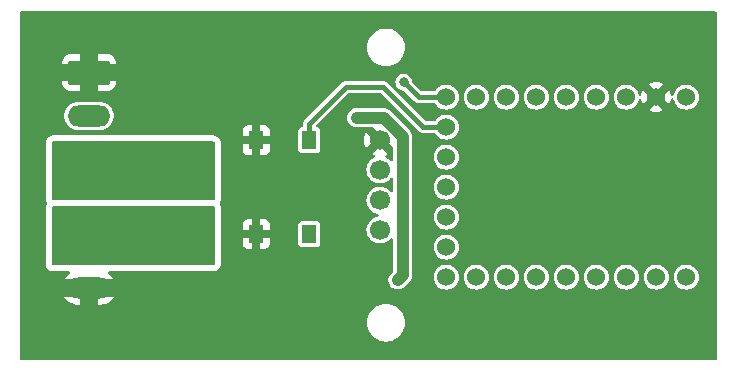
<source format=gbr>
%TF.GenerationSoftware,KiCad,Pcbnew,7.0.10*%
%TF.CreationDate,2024-02-11T13:06:30-05:00*%
%TF.ProjectId,RP2040_Count,52503230-3430-45f4-936f-756e742e6b69,v2*%
%TF.SameCoordinates,Original*%
%TF.FileFunction,Copper,L2,Bot*%
%TF.FilePolarity,Positive*%
%FSLAX46Y46*%
G04 Gerber Fmt 4.6, Leading zero omitted, Abs format (unit mm)*
G04 Created by KiCad (PCBNEW 7.0.10) date 2024-02-11 13:06:30*
%MOMM*%
%LPD*%
G01*
G04 APERTURE LIST*
G04 Aperture macros list*
%AMRoundRect*
0 Rectangle with rounded corners*
0 $1 Rounding radius*
0 $2 $3 $4 $5 $6 $7 $8 $9 X,Y pos of 4 corners*
0 Add a 4 corners polygon primitive as box body*
4,1,4,$2,$3,$4,$5,$6,$7,$8,$9,$2,$3,0*
0 Add four circle primitives for the rounded corners*
1,1,$1+$1,$2,$3*
1,1,$1+$1,$4,$5*
1,1,$1+$1,$6,$7*
1,1,$1+$1,$8,$9*
0 Add four rect primitives between the rounded corners*
20,1,$1+$1,$2,$3,$4,$5,0*
20,1,$1+$1,$4,$5,$6,$7,0*
20,1,$1+$1,$6,$7,$8,$9,0*
20,1,$1+$1,$8,$9,$2,$3,0*%
G04 Aperture macros list end*
%TA.AperFunction,ComponentPad*%
%ADD10C,1.524000*%
%TD*%
%TA.AperFunction,ComponentPad*%
%ADD11RoundRect,0.250000X-1.550000X0.650000X-1.550000X-0.650000X1.550000X-0.650000X1.550000X0.650000X0*%
%TD*%
%TA.AperFunction,ComponentPad*%
%ADD12O,3.600000X1.800000*%
%TD*%
%TA.AperFunction,ComponentPad*%
%ADD13RoundRect,0.291667X-1.508333X0.758333X-1.508333X-0.758333X1.508333X-0.758333X1.508333X0.758333X0*%
%TD*%
%TA.AperFunction,ComponentPad*%
%ADD14O,3.600000X2.100000*%
%TD*%
%TA.AperFunction,ComponentPad*%
%ADD15C,1.700000*%
%TD*%
%TA.AperFunction,SMDPad,CuDef*%
%ADD16R,1.300000X1.550000*%
%TD*%
%TA.AperFunction,ViaPad*%
%ADD17C,0.800000*%
%TD*%
%TA.AperFunction,Conductor*%
%ADD18C,1.000000*%
%TD*%
%TA.AperFunction,Conductor*%
%ADD19C,0.400000*%
%TD*%
G04 APERTURE END LIST*
D10*
%TO.P,U5,1,5V*%
%TO.N,+5V*%
X155910000Y-79760000D03*
%TO.P,U5,2,GND*%
%TO.N,GND*%
X153370000Y-79760000D03*
%TO.P,U5,3,3V3*%
%TO.N,+3.3V*%
X150830000Y-79760000D03*
%TO.P,U5,4,GPIO29*%
%TO.N,unconnected-(U5-GPIO29-Pad4)*%
X148290000Y-79760000D03*
%TO.P,U5,5,GPIO28*%
%TO.N,unconnected-(U5-GPIO28-Pad5)*%
X145750000Y-79760000D03*
%TO.P,U5,6,GPIO27*%
%TO.N,unconnected-(U5-GPIO27-Pad6)*%
X143210000Y-79760000D03*
%TO.P,U5,7,GPIO26*%
%TO.N,unconnected-(U5-GPIO26-Pad7)*%
X140670000Y-79760000D03*
%TO.P,U5,8,GPIO15*%
%TO.N,unconnected-(U5-GPIO15-Pad8)*%
X138130000Y-79760000D03*
%TO.P,U5,9,GPIO14*%
%TO.N,OUT1*%
X135590000Y-79760000D03*
%TO.P,U5,10,GPIO13*%
%TO.N,SW1*%
X135600000Y-82300000D03*
%TO.P,U5,11,GPIO12*%
%TO.N,unconnected-(U5-GPIO12-Pad11)*%
X135600000Y-84840000D03*
%TO.P,U5,12,GPIO11*%
%TO.N,I2C_SCL*%
X135600000Y-87380000D03*
%TO.P,U5,13,GPIO10*%
%TO.N,I2C_SDA*%
X135600000Y-89920000D03*
%TO.P,U5,14,GPIO9*%
%TO.N,unconnected-(U5-GPIO9-Pad14)*%
X135600000Y-92460000D03*
%TO.P,U5,15,GPIO8*%
%TO.N,unconnected-(U5-GPIO8-Pad15)*%
X135590000Y-95000000D03*
%TO.P,U5,16,GPIO7*%
%TO.N,unconnected-(U5-GPIO7-Pad16)*%
X138130000Y-95000000D03*
%TO.P,U5,17,GPIO6*%
%TO.N,unconnected-(U5-GPIO6-Pad17)*%
X140670000Y-95000000D03*
%TO.P,U5,18,GPIO5*%
%TO.N,unconnected-(U5-GPIO5-Pad18)*%
X143210000Y-95000000D03*
%TO.P,U5,19,GPIO4*%
%TO.N,unconnected-(U5-GPIO4-Pad19)*%
X145750000Y-95000000D03*
%TO.P,U5,20,GPIO3*%
%TO.N,unconnected-(U5-GPIO3-Pad20)*%
X148290000Y-95000000D03*
%TO.P,U5,21,GPIO2*%
%TO.N,unconnected-(U5-GPIO2-Pad21)*%
X150830000Y-95000000D03*
%TO.P,U5,22,GPIO1*%
%TO.N,unconnected-(U5-GPIO1-Pad22)*%
X153370000Y-95000000D03*
%TO.P,U5,23,GPIO0*%
%TO.N,unconnected-(U5-GPIO0-Pad23)*%
X155910000Y-95000000D03*
%TD*%
D11*
%TO.P,TB1,1,P1*%
%TO.N,VIN1*%
X105357500Y-92112500D03*
D12*
%TO.P,TB1,2,P2*%
%TO.N,GND*%
X105357500Y-95922500D03*
%TD*%
D13*
%TO.P,J2,1,Pin_1*%
%TO.N,GND*%
X105357500Y-77680000D03*
D12*
%TO.P,J2,2,Pin_2*%
%TO.N,/DOUT1*%
X105357500Y-81340000D03*
D14*
%TO.P,J2,3,Pin_3*%
%TO.N,VOUT1*%
X105357500Y-85000000D03*
%TD*%
D15*
%TO.P,J3,1,Pin_1*%
%TO.N,I2C_SDA*%
X130000000Y-91000000D03*
%TO.P,J3,2,Pin_2*%
%TO.N,I2C_SCL*%
X130000000Y-88500000D03*
%TO.P,J3,3,Pin_3*%
%TO.N,+3.3V*%
X130000000Y-85900000D03*
%TO.P,J3,4,Pin_4*%
%TO.N,GND*%
X130000000Y-83400000D03*
%TD*%
D16*
%TO.P,SW1,1,1*%
%TO.N,SW1*%
X124000000Y-91350000D03*
X124000000Y-83400000D03*
%TO.P,SW1,2,2*%
%TO.N,GND*%
X119500000Y-91350000D03*
X119500000Y-83400000D03*
%TD*%
D17*
%TO.N,+5V*%
X128000000Y-81500000D03*
X131500000Y-95237500D03*
%TO.N,GND*%
X138100000Y-92800000D03*
X129000000Y-80000000D03*
X119900000Y-88900000D03*
X124400000Y-93900000D03*
X118000000Y-99000000D03*
X138200000Y-81900000D03*
X125800000Y-92300000D03*
X108000000Y-101000000D03*
X115900000Y-99000000D03*
X101000000Y-74000000D03*
X146000000Y-74000000D03*
X111800000Y-79500000D03*
X157000000Y-74000000D03*
X155900000Y-81900000D03*
X152000000Y-101000000D03*
X125600000Y-98000000D03*
X122200000Y-93900000D03*
X122200000Y-90700000D03*
X140000000Y-74000000D03*
X147050000Y-81900000D03*
X114200000Y-95100000D03*
X123300000Y-92900000D03*
X134000000Y-74000000D03*
X111800000Y-77100000D03*
X126500000Y-74000000D03*
X153700000Y-74200000D03*
X122000000Y-96500000D03*
X126000000Y-77500000D03*
X101000000Y-94500000D03*
X112800000Y-75400000D03*
X124400000Y-92900000D03*
X124000000Y-96500000D03*
X116000000Y-81500000D03*
X155900000Y-92800000D03*
X122000000Y-98000000D03*
X138100000Y-87400000D03*
X151450000Y-92800000D03*
X120500000Y-74000000D03*
X121200000Y-90700000D03*
X122900000Y-77400000D03*
X101000000Y-83500000D03*
X120200000Y-77400000D03*
X151475000Y-81900000D03*
X147000000Y-101000000D03*
X128200000Y-91100000D03*
X119700000Y-86900000D03*
X141000000Y-101000000D03*
X122200000Y-92900000D03*
X157500000Y-101000000D03*
X126000000Y-82000000D03*
X101000000Y-89000000D03*
X127000000Y-92300000D03*
X120100000Y-85600000D03*
X118200000Y-77700000D03*
X122200000Y-91800000D03*
X147000000Y-92800000D03*
X126900000Y-98000000D03*
X121000000Y-101000000D03*
X123000000Y-80900000D03*
X109000000Y-74000000D03*
X142625000Y-81900000D03*
X123000000Y-98000000D03*
X142550000Y-92800000D03*
X135000000Y-101000000D03*
X130600000Y-93200000D03*
X115000000Y-74000000D03*
X124000000Y-98000000D03*
X101000000Y-79700000D03*
X117500000Y-91100000D03*
X101000000Y-101000000D03*
X121300000Y-84000000D03*
X152300000Y-74200000D03*
X152300000Y-75600000D03*
X155900000Y-87500000D03*
X115900000Y-96600000D03*
X125800000Y-91100000D03*
X127000000Y-101000000D03*
X123300000Y-93900000D03*
X123000000Y-96500000D03*
X127000000Y-91100000D03*
X119600000Y-80900000D03*
X115000000Y-101000000D03*
%TO.N,VIN1*%
X113500000Y-90500000D03*
X114500000Y-90500000D03*
X112500000Y-93500000D03*
X115500000Y-92500000D03*
X115500000Y-89500000D03*
X111500000Y-93500000D03*
X113500000Y-89500000D03*
X111500000Y-90500000D03*
X112500000Y-89500000D03*
X113500000Y-93500000D03*
X110500000Y-89500000D03*
X114500000Y-89500000D03*
X114500000Y-93500000D03*
X110500000Y-93500000D03*
X115500000Y-93500000D03*
X111500000Y-89500000D03*
X115500000Y-91500000D03*
X115500000Y-90500000D03*
X110500000Y-91500000D03*
X110500000Y-90500000D03*
X112500000Y-90500000D03*
X110500000Y-92500000D03*
%TO.N,VOUT1*%
X115500000Y-86000000D03*
X115500000Y-85000000D03*
X112500000Y-84000000D03*
X111500000Y-84000000D03*
X115500000Y-84000000D03*
X115500000Y-87000000D03*
X110500000Y-85000000D03*
X112500000Y-88000000D03*
X114500000Y-84000000D03*
X110500000Y-86000000D03*
X111500000Y-88000000D03*
X113500000Y-88000000D03*
X110500000Y-88000000D03*
X110500000Y-87000000D03*
X111500000Y-87000000D03*
X115500000Y-88000000D03*
X110500000Y-84000000D03*
X114500000Y-87000000D03*
X113500000Y-84000000D03*
X113500000Y-87000000D03*
X112500000Y-87000000D03*
X114500000Y-88000000D03*
%TO.N,OUT1*%
X132000000Y-78500000D03*
%TD*%
D18*
%TO.N,+5V*%
X131900000Y-83107968D02*
X131900000Y-94837500D01*
X128000000Y-81500000D02*
X130292032Y-81500000D01*
X130292032Y-81500000D02*
X131900000Y-83107968D01*
X131900000Y-94837500D02*
X131500000Y-95237500D01*
D19*
%TO.N,SW1*%
X135600000Y-82300000D02*
X133661185Y-82300000D01*
X133661185Y-82300000D02*
X130261185Y-78900000D01*
X127100000Y-78900000D02*
X124000000Y-82000000D01*
X123775000Y-91000000D02*
X123750000Y-90975000D01*
X130261185Y-78900000D02*
X127100000Y-78900000D01*
X135600000Y-82300000D02*
X135300000Y-82000000D01*
X124000000Y-82000000D02*
X124000000Y-83400000D01*
%TO.N,OUT1*%
X132000000Y-78500000D02*
X133260000Y-79760000D01*
X133260000Y-79760000D02*
X135590000Y-79760000D01*
%TO.N,unconnected-(U5-GPIO9-Pad14)*%
X135700000Y-92200000D02*
X135650000Y-92250000D01*
%TD*%
%TA.AperFunction,Conductor*%
%TO.N,GND*%
G36*
X131063181Y-83968206D02*
G01*
X131096666Y-84029529D01*
X131099500Y-84055887D01*
X131099500Y-85076891D01*
X131079815Y-85143930D01*
X131027011Y-85189685D01*
X130957853Y-85199629D01*
X130894297Y-85170604D01*
X130876546Y-85151618D01*
X130853872Y-85121593D01*
X130696302Y-84977948D01*
X130515019Y-84865702D01*
X130515017Y-84865701D01*
X130510879Y-84863139D01*
X130464244Y-84811111D01*
X130453140Y-84742129D01*
X130481093Y-84678095D01*
X130523753Y-84645330D01*
X130677574Y-84573603D01*
X130677579Y-84573599D01*
X130678194Y-84573168D01*
X130005026Y-83900000D01*
X130035763Y-83900000D01*
X130142315Y-83884680D01*
X130273100Y-83824952D01*
X130381761Y-83730798D01*
X130459493Y-83609844D01*
X130500000Y-83471889D01*
X130500000Y-83405025D01*
X131063181Y-83968206D01*
G37*
%TD.AperFunction*%
%TA.AperFunction,Conductor*%
G36*
X158442539Y-72520185D02*
G01*
X158488294Y-72572989D01*
X158499500Y-72624500D01*
X158499500Y-101875500D01*
X158479815Y-101942539D01*
X158427011Y-101988294D01*
X158375500Y-101999500D01*
X99624500Y-101999500D01*
X99557461Y-101979815D01*
X99511706Y-101927011D01*
X99500500Y-101875500D01*
X99500500Y-98850000D01*
X128894551Y-98850000D01*
X128914317Y-99101151D01*
X128973126Y-99346110D01*
X129069533Y-99578859D01*
X129201160Y-99793653D01*
X129201161Y-99793656D01*
X129201164Y-99793659D01*
X129364776Y-99985224D01*
X129513066Y-100111875D01*
X129556343Y-100148838D01*
X129556346Y-100148839D01*
X129771140Y-100280466D01*
X130003889Y-100376873D01*
X130248852Y-100435683D01*
X130437118Y-100450500D01*
X130437126Y-100450500D01*
X130562874Y-100450500D01*
X130562882Y-100450500D01*
X130751148Y-100435683D01*
X130996111Y-100376873D01*
X131228859Y-100280466D01*
X131443659Y-100148836D01*
X131635224Y-99985224D01*
X131798836Y-99793659D01*
X131930466Y-99578859D01*
X132026873Y-99346111D01*
X132085683Y-99101148D01*
X132105449Y-98850000D01*
X132085683Y-98598852D01*
X132026873Y-98353889D01*
X131930466Y-98121141D01*
X131930466Y-98121140D01*
X131798839Y-97906346D01*
X131798838Y-97906343D01*
X131761875Y-97863066D01*
X131635224Y-97714776D01*
X131508571Y-97606604D01*
X131443656Y-97551161D01*
X131443653Y-97551160D01*
X131228859Y-97419533D01*
X130996110Y-97323126D01*
X130751151Y-97264317D01*
X130562887Y-97249500D01*
X130562882Y-97249500D01*
X130437118Y-97249500D01*
X130437112Y-97249500D01*
X130248848Y-97264317D01*
X130003889Y-97323126D01*
X129771140Y-97419533D01*
X129556346Y-97551160D01*
X129556343Y-97551161D01*
X129364776Y-97714776D01*
X129201161Y-97906343D01*
X129201160Y-97906346D01*
X129069533Y-98121140D01*
X128973126Y-98353889D01*
X128914317Y-98598848D01*
X128894551Y-98850000D01*
X99500500Y-98850000D01*
X99500500Y-96672500D01*
X103275193Y-96672500D01*
X103327835Y-96757997D01*
X103485279Y-96936889D01*
X103485286Y-96936896D01*
X103670694Y-97086602D01*
X103670704Y-97086609D01*
X103878748Y-97202831D01*
X104103447Y-97282222D01*
X104103461Y-97282226D01*
X104338332Y-97322499D01*
X104338343Y-97322500D01*
X104607500Y-97322500D01*
X104607500Y-96672500D01*
X106107500Y-96672500D01*
X106107500Y-97322500D01*
X106316972Y-97322500D01*
X106316991Y-97322499D01*
X106494950Y-97307352D01*
X106494953Y-97307351D01*
X106725578Y-97247302D01*
X106942741Y-97149139D01*
X106942744Y-97149137D01*
X107140188Y-97015687D01*
X107140190Y-97015685D01*
X107312241Y-96850788D01*
X107312242Y-96850787D01*
X107444103Y-96672500D01*
X106107500Y-96672500D01*
X104607500Y-96672500D01*
X103275193Y-96672500D01*
X99500500Y-96672500D01*
X99500500Y-95922500D01*
X104752323Y-95922500D01*
X104772944Y-96079131D01*
X104833401Y-96225088D01*
X104929575Y-96350425D01*
X105054912Y-96446599D01*
X105200869Y-96507056D01*
X105318177Y-96522500D01*
X105396823Y-96522500D01*
X105514131Y-96507056D01*
X105660088Y-96446599D01*
X105785425Y-96350425D01*
X105881599Y-96225089D01*
X105942056Y-96079131D01*
X105962677Y-95922500D01*
X105942056Y-95765869D01*
X105881599Y-95619912D01*
X105785425Y-95494575D01*
X105660088Y-95398401D01*
X105514131Y-95337944D01*
X105396823Y-95322500D01*
X105318177Y-95322500D01*
X105200869Y-95337944D01*
X105054912Y-95398401D01*
X104929575Y-95494575D01*
X104833401Y-95619911D01*
X104772944Y-95765869D01*
X104752323Y-95922500D01*
X99500500Y-95922500D01*
X99500500Y-93876000D01*
X101694500Y-93876000D01*
X101694501Y-93876009D01*
X101706052Y-93983450D01*
X101706054Y-93983462D01*
X101717260Y-94034972D01*
X101751383Y-94137497D01*
X101751386Y-94137503D01*
X101829171Y-94258537D01*
X101829179Y-94258548D01*
X101874923Y-94311340D01*
X101874926Y-94311343D01*
X101874930Y-94311347D01*
X101983664Y-94405567D01*
X101983667Y-94405568D01*
X101983668Y-94405569D01*
X102077925Y-94448616D01*
X102114541Y-94465338D01*
X102181580Y-94485023D01*
X102181584Y-94485024D01*
X102324000Y-94505500D01*
X102324003Y-94505500D01*
X103649004Y-94505500D01*
X103716043Y-94525185D01*
X103761798Y-94577989D01*
X103771742Y-94647147D01*
X103742717Y-94710703D01*
X103718441Y-94732235D01*
X103574811Y-94829312D01*
X103574809Y-94829314D01*
X103402758Y-94994211D01*
X103402757Y-94994212D01*
X103270896Y-95172499D01*
X103270897Y-95172500D01*
X107439807Y-95172500D01*
X107387164Y-95087002D01*
X107229720Y-94908110D01*
X107229713Y-94908103D01*
X107044305Y-94758397D01*
X107044299Y-94758392D01*
X107007354Y-94737754D01*
X106958427Y-94687874D01*
X106944235Y-94619461D01*
X106969283Y-94554235D01*
X107025618Y-94512905D01*
X107067828Y-94505500D01*
X115875990Y-94505500D01*
X115876000Y-94505500D01*
X115983456Y-94493947D01*
X116034967Y-94482741D01*
X116069197Y-94471347D01*
X116137497Y-94448616D01*
X116137501Y-94448613D01*
X116137504Y-94448613D01*
X116258543Y-94370825D01*
X116311347Y-94325070D01*
X116405567Y-94216336D01*
X116465338Y-94085459D01*
X116485023Y-94018420D01*
X116485024Y-94018416D01*
X116505500Y-93876000D01*
X116505500Y-91700000D01*
X118350000Y-91700000D01*
X118350000Y-92172844D01*
X118356401Y-92232372D01*
X118356403Y-92232379D01*
X118406645Y-92367086D01*
X118406649Y-92367093D01*
X118492809Y-92482187D01*
X118492812Y-92482190D01*
X118607906Y-92568350D01*
X118607913Y-92568354D01*
X118742620Y-92618596D01*
X118742627Y-92618598D01*
X118802155Y-92624999D01*
X118802172Y-92625000D01*
X119150000Y-92625000D01*
X119150000Y-91700000D01*
X119850000Y-91700000D01*
X119850000Y-92625000D01*
X120197828Y-92625000D01*
X120197844Y-92624999D01*
X120257372Y-92618598D01*
X120257379Y-92618596D01*
X120392086Y-92568354D01*
X120392093Y-92568350D01*
X120507187Y-92482190D01*
X120507190Y-92482187D01*
X120593350Y-92367093D01*
X120593354Y-92367086D01*
X120643596Y-92232379D01*
X120643598Y-92232372D01*
X120649999Y-92172844D01*
X120650000Y-92172827D01*
X120650000Y-92169856D01*
X123049500Y-92169856D01*
X123049502Y-92169882D01*
X123052413Y-92194987D01*
X123052415Y-92194991D01*
X123097793Y-92297764D01*
X123097794Y-92297765D01*
X123177235Y-92377206D01*
X123280009Y-92422585D01*
X123305135Y-92425500D01*
X124694864Y-92425499D01*
X124694879Y-92425497D01*
X124694882Y-92425497D01*
X124719987Y-92422586D01*
X124719988Y-92422585D01*
X124719991Y-92422585D01*
X124822765Y-92377206D01*
X124902206Y-92297765D01*
X124947585Y-92194991D01*
X124950500Y-92169865D01*
X124950499Y-90530136D01*
X124950497Y-90530117D01*
X124947586Y-90505012D01*
X124947585Y-90505010D01*
X124947585Y-90505009D01*
X124902206Y-90402235D01*
X124822765Y-90322794D01*
X124822763Y-90322793D01*
X124719992Y-90277415D01*
X124694865Y-90274500D01*
X123305143Y-90274500D01*
X123305117Y-90274502D01*
X123280012Y-90277413D01*
X123280008Y-90277415D01*
X123177235Y-90322793D01*
X123097794Y-90402234D01*
X123052415Y-90505006D01*
X123052415Y-90505008D01*
X123049500Y-90530131D01*
X123049500Y-92169856D01*
X120650000Y-92169856D01*
X120650000Y-91700000D01*
X119850000Y-91700000D01*
X119150000Y-91700000D01*
X118350000Y-91700000D01*
X116505500Y-91700000D01*
X116505500Y-91000000D01*
X118350000Y-91000000D01*
X119150000Y-91000000D01*
X119150000Y-90075000D01*
X119850000Y-90075000D01*
X119850000Y-91000000D01*
X120650000Y-91000000D01*
X120650000Y-90527172D01*
X120649999Y-90527155D01*
X120643598Y-90467627D01*
X120643596Y-90467620D01*
X120593354Y-90332913D01*
X120593350Y-90332906D01*
X120507190Y-90217812D01*
X120507187Y-90217809D01*
X120392093Y-90131649D01*
X120392086Y-90131645D01*
X120257379Y-90081403D01*
X120257372Y-90081401D01*
X120197844Y-90075000D01*
X119850000Y-90075000D01*
X119150000Y-90075000D01*
X118802155Y-90075000D01*
X118742627Y-90081401D01*
X118742620Y-90081403D01*
X118607913Y-90131645D01*
X118607906Y-90131649D01*
X118492812Y-90217809D01*
X118492809Y-90217812D01*
X118406649Y-90332906D01*
X118406645Y-90332913D01*
X118356403Y-90467620D01*
X118356401Y-90467627D01*
X118350000Y-90527155D01*
X118350000Y-91000000D01*
X116505500Y-91000000D01*
X116505500Y-89124000D01*
X116493947Y-89016544D01*
X116482741Y-88965033D01*
X116472289Y-88933629D01*
X116448615Y-88862499D01*
X116421035Y-88819585D01*
X116401350Y-88752545D01*
X116412555Y-88701034D01*
X116465338Y-88585459D01*
X116485023Y-88518420D01*
X116485024Y-88518416D01*
X116505500Y-88376000D01*
X116505500Y-83750000D01*
X118350000Y-83750000D01*
X118350000Y-84222844D01*
X118356401Y-84282372D01*
X118356403Y-84282379D01*
X118406645Y-84417086D01*
X118406649Y-84417093D01*
X118492809Y-84532187D01*
X118492812Y-84532190D01*
X118607906Y-84618350D01*
X118607913Y-84618354D01*
X118742620Y-84668596D01*
X118742627Y-84668598D01*
X118802155Y-84674999D01*
X118802172Y-84675000D01*
X119150000Y-84675000D01*
X119150000Y-83750000D01*
X119850000Y-83750000D01*
X119850000Y-84675000D01*
X120197828Y-84675000D01*
X120197844Y-84674999D01*
X120257372Y-84668598D01*
X120257379Y-84668596D01*
X120392086Y-84618354D01*
X120392093Y-84618350D01*
X120507187Y-84532190D01*
X120507190Y-84532187D01*
X120593350Y-84417093D01*
X120593354Y-84417086D01*
X120643596Y-84282379D01*
X120643598Y-84282372D01*
X120649999Y-84222844D01*
X120650000Y-84222827D01*
X120650000Y-84219856D01*
X123049500Y-84219856D01*
X123049502Y-84219882D01*
X123052413Y-84244987D01*
X123052415Y-84244991D01*
X123097793Y-84347764D01*
X123097794Y-84347765D01*
X123177235Y-84427206D01*
X123280009Y-84472585D01*
X123305135Y-84475500D01*
X124694864Y-84475499D01*
X124694879Y-84475497D01*
X124694882Y-84475497D01*
X124719987Y-84472586D01*
X124719988Y-84472585D01*
X124719991Y-84472585D01*
X124822765Y-84427206D01*
X124902206Y-84347765D01*
X124947585Y-84244991D01*
X124950500Y-84219865D01*
X124950499Y-82580136D01*
X124950497Y-82580117D01*
X124947586Y-82555012D01*
X124947585Y-82555010D01*
X124947585Y-82555009D01*
X124902206Y-82452235D01*
X124822765Y-82372794D01*
X124822763Y-82372793D01*
X124719992Y-82327415D01*
X124694868Y-82324500D01*
X124694865Y-82324500D01*
X124682676Y-82324500D01*
X124615637Y-82304815D01*
X124569882Y-82252011D01*
X124559938Y-82182853D01*
X124588963Y-82119297D01*
X124594995Y-82112819D01*
X125207811Y-81500003D01*
X127194435Y-81500003D01*
X127214630Y-81679249D01*
X127214631Y-81679254D01*
X127274211Y-81849523D01*
X127346268Y-81964200D01*
X127370184Y-82002262D01*
X127497738Y-82129816D01*
X127650478Y-82225789D01*
X127770573Y-82267812D01*
X127820745Y-82285368D01*
X127820750Y-82285369D01*
X127911246Y-82295565D01*
X127955040Y-82300499D01*
X127955043Y-82300500D01*
X127955046Y-82300500D01*
X129344113Y-82300500D01*
X129411152Y-82320185D01*
X129431794Y-82336819D01*
X129994975Y-82900000D01*
X129964237Y-82900000D01*
X129857685Y-82915320D01*
X129726900Y-82975048D01*
X129618239Y-83069202D01*
X129540507Y-83190156D01*
X129500000Y-83328111D01*
X129500000Y-83394975D01*
X128826831Y-82721806D01*
X128826398Y-82722424D01*
X128726570Y-82936507D01*
X128726566Y-82936516D01*
X128665432Y-83164673D01*
X128665430Y-83164684D01*
X128644843Y-83399998D01*
X128644843Y-83400001D01*
X128665430Y-83635315D01*
X128665432Y-83635326D01*
X128726566Y-83863483D01*
X128726570Y-83863492D01*
X128826399Y-84077577D01*
X128826830Y-84078193D01*
X129500000Y-83405024D01*
X129500000Y-83471889D01*
X129540507Y-83609844D01*
X129618239Y-83730798D01*
X129726900Y-83824952D01*
X129857685Y-83884680D01*
X129964237Y-83900000D01*
X129994975Y-83900000D01*
X129321805Y-84573168D01*
X129322423Y-84573601D01*
X129476246Y-84645330D01*
X129528686Y-84691502D01*
X129547838Y-84758696D01*
X129527622Y-84825577D01*
X129489120Y-84863139D01*
X129303699Y-84977947D01*
X129146127Y-85121593D01*
X129017632Y-85291746D01*
X128922596Y-85482605D01*
X128922596Y-85482607D01*
X128864244Y-85687689D01*
X128844571Y-85899999D01*
X128844571Y-85900000D01*
X128864244Y-86112310D01*
X128922596Y-86317392D01*
X128922596Y-86317394D01*
X129017632Y-86508253D01*
X129123454Y-86648382D01*
X129146128Y-86678407D01*
X129303698Y-86822052D01*
X129484981Y-86934298D01*
X129683802Y-87011321D01*
X129893390Y-87050500D01*
X129893392Y-87050500D01*
X130106608Y-87050500D01*
X130106610Y-87050500D01*
X130316198Y-87011321D01*
X130515019Y-86934298D01*
X130696302Y-86822052D01*
X130853872Y-86678407D01*
X130876547Y-86648380D01*
X130932654Y-86606746D01*
X131002366Y-86602053D01*
X131063548Y-86635795D01*
X131096776Y-86697258D01*
X131099500Y-86723108D01*
X131099500Y-87676891D01*
X131079815Y-87743930D01*
X131027011Y-87789685D01*
X130957853Y-87799629D01*
X130894297Y-87770604D01*
X130876546Y-87751618D01*
X130853872Y-87721593D01*
X130696302Y-87577948D01*
X130515019Y-87465702D01*
X130515017Y-87465701D01*
X130415608Y-87427190D01*
X130316198Y-87388679D01*
X130106610Y-87349500D01*
X129893390Y-87349500D01*
X129683802Y-87388679D01*
X129683799Y-87388679D01*
X129683799Y-87388680D01*
X129484982Y-87465701D01*
X129484980Y-87465702D01*
X129303699Y-87577947D01*
X129146127Y-87721593D01*
X129017632Y-87891746D01*
X128922596Y-88082605D01*
X128922596Y-88082607D01*
X128864244Y-88287689D01*
X128844571Y-88499999D01*
X128844571Y-88500000D01*
X128864244Y-88712310D01*
X128922596Y-88917392D01*
X128922596Y-88917394D01*
X129017632Y-89108253D01*
X129123454Y-89248382D01*
X129146128Y-89278407D01*
X129303698Y-89422052D01*
X129484981Y-89534298D01*
X129683802Y-89611321D01*
X129773623Y-89628111D01*
X129835903Y-89659780D01*
X129871176Y-89720092D01*
X129868242Y-89789900D01*
X129828033Y-89847040D01*
X129773623Y-89871888D01*
X129683802Y-89888679D01*
X129683799Y-89888679D01*
X129683799Y-89888680D01*
X129484982Y-89965701D01*
X129484980Y-89965702D01*
X129303699Y-90077947D01*
X129146127Y-90221593D01*
X129017632Y-90391746D01*
X128922596Y-90582605D01*
X128922596Y-90582607D01*
X128864244Y-90787689D01*
X128844571Y-90999999D01*
X128844571Y-91000000D01*
X128864244Y-91212310D01*
X128922596Y-91417392D01*
X128922596Y-91417394D01*
X129017632Y-91608253D01*
X129123454Y-91748382D01*
X129146128Y-91778407D01*
X129303698Y-91922052D01*
X129484981Y-92034298D01*
X129683802Y-92111321D01*
X129893390Y-92150500D01*
X129893392Y-92150500D01*
X130106608Y-92150500D01*
X130106610Y-92150500D01*
X130316198Y-92111321D01*
X130515019Y-92034298D01*
X130696302Y-91922052D01*
X130853872Y-91778407D01*
X130876547Y-91748380D01*
X130932654Y-91706746D01*
X131002366Y-91702053D01*
X131063548Y-91735795D01*
X131096776Y-91797258D01*
X131099500Y-91823108D01*
X131099500Y-94454560D01*
X131079815Y-94521599D01*
X131063181Y-94542241D01*
X130902173Y-94703248D01*
X130817907Y-94808915D01*
X130739639Y-94971439D01*
X130699500Y-95147299D01*
X130699500Y-95327700D01*
X130739639Y-95503560D01*
X130817908Y-95666086D01*
X130817910Y-95666089D01*
X130865966Y-95726348D01*
X130930380Y-95807120D01*
X131031433Y-95887708D01*
X131071410Y-95919589D01*
X131071413Y-95919591D01*
X131233939Y-95997860D01*
X131409799Y-96037999D01*
X131409804Y-96037999D01*
X131409806Y-96038000D01*
X131409808Y-96038000D01*
X131590192Y-96038000D01*
X131590194Y-96038000D01*
X131590196Y-96037999D01*
X131590200Y-96037999D01*
X131698903Y-96013188D01*
X131766061Y-95997860D01*
X131928587Y-95919591D01*
X132034252Y-95835326D01*
X132497826Y-95371752D01*
X132529816Y-95339762D01*
X132550182Y-95307347D01*
X132558222Y-95296015D01*
X132582091Y-95266087D01*
X132598704Y-95231588D01*
X132605413Y-95219448D01*
X132625789Y-95187022D01*
X132638430Y-95150895D01*
X132643752Y-95138045D01*
X132660359Y-95103561D01*
X132668877Y-95066237D01*
X132672722Y-95052893D01*
X132685368Y-95016755D01*
X132687256Y-95000000D01*
X134522359Y-95000000D01*
X134542872Y-95208284D01*
X134560407Y-95266087D01*
X134603628Y-95408569D01*
X134654402Y-95503561D01*
X134702291Y-95593153D01*
X134835063Y-95754936D01*
X134996846Y-95887708D01*
X134996850Y-95887711D01*
X135181431Y-95986372D01*
X135381714Y-96047127D01*
X135590000Y-96067641D01*
X135798286Y-96047127D01*
X135998569Y-95986372D01*
X136183150Y-95887711D01*
X136344936Y-95754936D01*
X136477711Y-95593150D01*
X136576372Y-95408569D01*
X136637127Y-95208286D01*
X136657641Y-95000000D01*
X137062359Y-95000000D01*
X137082872Y-95208284D01*
X137100407Y-95266087D01*
X137143628Y-95408569D01*
X137194402Y-95503561D01*
X137242291Y-95593153D01*
X137375063Y-95754936D01*
X137536846Y-95887708D01*
X137536850Y-95887711D01*
X137721431Y-95986372D01*
X137921714Y-96047127D01*
X138130000Y-96067641D01*
X138338286Y-96047127D01*
X138538569Y-95986372D01*
X138723150Y-95887711D01*
X138884936Y-95754936D01*
X139017711Y-95593150D01*
X139116372Y-95408569D01*
X139177127Y-95208286D01*
X139197641Y-95000000D01*
X139602359Y-95000000D01*
X139622872Y-95208284D01*
X139640407Y-95266087D01*
X139683628Y-95408569D01*
X139734402Y-95503561D01*
X139782291Y-95593153D01*
X139915063Y-95754936D01*
X140076846Y-95887708D01*
X140076850Y-95887711D01*
X140261431Y-95986372D01*
X140461714Y-96047127D01*
X140670000Y-96067641D01*
X140878286Y-96047127D01*
X141078569Y-95986372D01*
X141263150Y-95887711D01*
X141424936Y-95754936D01*
X141557711Y-95593150D01*
X141656372Y-95408569D01*
X141717127Y-95208286D01*
X141737641Y-95000000D01*
X142142359Y-95000000D01*
X142162872Y-95208284D01*
X142180407Y-95266087D01*
X142223628Y-95408569D01*
X142274402Y-95503561D01*
X142322291Y-95593153D01*
X142455063Y-95754936D01*
X142616846Y-95887708D01*
X142616850Y-95887711D01*
X142801431Y-95986372D01*
X143001714Y-96047127D01*
X143210000Y-96067641D01*
X143418286Y-96047127D01*
X143618569Y-95986372D01*
X143803150Y-95887711D01*
X143964936Y-95754936D01*
X144097711Y-95593150D01*
X144196372Y-95408569D01*
X144257127Y-95208286D01*
X144277641Y-95000000D01*
X144682359Y-95000000D01*
X144702872Y-95208284D01*
X144720407Y-95266087D01*
X144763628Y-95408569D01*
X144814402Y-95503561D01*
X144862291Y-95593153D01*
X144995063Y-95754936D01*
X145156846Y-95887708D01*
X145156850Y-95887711D01*
X145341431Y-95986372D01*
X145541714Y-96047127D01*
X145750000Y-96067641D01*
X145958286Y-96047127D01*
X146158569Y-95986372D01*
X146343150Y-95887711D01*
X146504936Y-95754936D01*
X146637711Y-95593150D01*
X146736372Y-95408569D01*
X146797127Y-95208286D01*
X146817641Y-95000000D01*
X147222359Y-95000000D01*
X147242872Y-95208284D01*
X147260407Y-95266087D01*
X147303628Y-95408569D01*
X147354402Y-95503561D01*
X147402291Y-95593153D01*
X147535063Y-95754936D01*
X147696846Y-95887708D01*
X147696850Y-95887711D01*
X147881431Y-95986372D01*
X148081714Y-96047127D01*
X148290000Y-96067641D01*
X148498286Y-96047127D01*
X148698569Y-95986372D01*
X148883150Y-95887711D01*
X149044936Y-95754936D01*
X149177711Y-95593150D01*
X149276372Y-95408569D01*
X149337127Y-95208286D01*
X149357641Y-95000000D01*
X149762359Y-95000000D01*
X149782872Y-95208284D01*
X149800407Y-95266087D01*
X149843628Y-95408569D01*
X149894402Y-95503561D01*
X149942291Y-95593153D01*
X150075063Y-95754936D01*
X150236846Y-95887708D01*
X150236850Y-95887711D01*
X150421431Y-95986372D01*
X150621714Y-96047127D01*
X150830000Y-96067641D01*
X151038286Y-96047127D01*
X151238569Y-95986372D01*
X151423150Y-95887711D01*
X151584936Y-95754936D01*
X151717711Y-95593150D01*
X151816372Y-95408569D01*
X151877127Y-95208286D01*
X151897641Y-95000000D01*
X152302359Y-95000000D01*
X152322872Y-95208284D01*
X152340407Y-95266087D01*
X152383628Y-95408569D01*
X152434402Y-95503561D01*
X152482291Y-95593153D01*
X152615063Y-95754936D01*
X152776846Y-95887708D01*
X152776850Y-95887711D01*
X152961431Y-95986372D01*
X153161714Y-96047127D01*
X153370000Y-96067641D01*
X153578286Y-96047127D01*
X153778569Y-95986372D01*
X153963150Y-95887711D01*
X154124936Y-95754936D01*
X154257711Y-95593150D01*
X154356372Y-95408569D01*
X154417127Y-95208286D01*
X154437641Y-95000000D01*
X154842359Y-95000000D01*
X154862872Y-95208284D01*
X154880407Y-95266087D01*
X154923628Y-95408569D01*
X154974402Y-95503561D01*
X155022291Y-95593153D01*
X155155063Y-95754936D01*
X155316846Y-95887708D01*
X155316850Y-95887711D01*
X155501431Y-95986372D01*
X155701714Y-96047127D01*
X155910000Y-96067641D01*
X156118286Y-96047127D01*
X156318569Y-95986372D01*
X156503150Y-95887711D01*
X156664936Y-95754936D01*
X156797711Y-95593150D01*
X156896372Y-95408569D01*
X156957127Y-95208286D01*
X156977641Y-95000000D01*
X156957127Y-94791714D01*
X156896372Y-94591431D01*
X156797711Y-94406850D01*
X156796658Y-94405567D01*
X156664936Y-94245063D01*
X156503153Y-94112291D01*
X156503151Y-94112290D01*
X156503150Y-94112289D01*
X156318569Y-94013628D01*
X156218427Y-93983250D01*
X156118284Y-93952872D01*
X155910000Y-93932359D01*
X155701715Y-93952872D01*
X155501428Y-94013629D01*
X155316846Y-94112291D01*
X155155063Y-94245063D01*
X155022291Y-94406846D01*
X154923629Y-94591428D01*
X154862872Y-94791715D01*
X154842359Y-95000000D01*
X154437641Y-95000000D01*
X154417127Y-94791714D01*
X154356372Y-94591431D01*
X154257711Y-94406850D01*
X154256658Y-94405567D01*
X154124936Y-94245063D01*
X153963153Y-94112291D01*
X153963151Y-94112290D01*
X153963150Y-94112289D01*
X153778569Y-94013628D01*
X153678427Y-93983250D01*
X153578284Y-93952872D01*
X153370000Y-93932359D01*
X153161715Y-93952872D01*
X152961428Y-94013629D01*
X152776846Y-94112291D01*
X152615063Y-94245063D01*
X152482291Y-94406846D01*
X152383629Y-94591428D01*
X152322872Y-94791715D01*
X152302359Y-95000000D01*
X151897641Y-95000000D01*
X151877127Y-94791714D01*
X151816372Y-94591431D01*
X151717711Y-94406850D01*
X151716658Y-94405567D01*
X151584936Y-94245063D01*
X151423153Y-94112291D01*
X151423151Y-94112290D01*
X151423150Y-94112289D01*
X151238569Y-94013628D01*
X151138427Y-93983250D01*
X151038284Y-93952872D01*
X150830000Y-93932359D01*
X150621715Y-93952872D01*
X150421428Y-94013629D01*
X150236846Y-94112291D01*
X150075063Y-94245063D01*
X149942291Y-94406846D01*
X149843629Y-94591428D01*
X149782872Y-94791715D01*
X149762359Y-95000000D01*
X149357641Y-95000000D01*
X149337127Y-94791714D01*
X149276372Y-94591431D01*
X149177711Y-94406850D01*
X149176658Y-94405567D01*
X149044936Y-94245063D01*
X148883153Y-94112291D01*
X148883151Y-94112290D01*
X148883150Y-94112289D01*
X148698569Y-94013628D01*
X148598427Y-93983250D01*
X148498284Y-93952872D01*
X148290000Y-93932359D01*
X148081715Y-93952872D01*
X147881428Y-94013629D01*
X147696846Y-94112291D01*
X147535063Y-94245063D01*
X147402291Y-94406846D01*
X147303629Y-94591428D01*
X147242872Y-94791715D01*
X147222359Y-95000000D01*
X146817641Y-95000000D01*
X146797127Y-94791714D01*
X146736372Y-94591431D01*
X146637711Y-94406850D01*
X146636658Y-94405567D01*
X146504936Y-94245063D01*
X146343153Y-94112291D01*
X146343151Y-94112290D01*
X146343150Y-94112289D01*
X146158569Y-94013628D01*
X146058427Y-93983250D01*
X145958284Y-93952872D01*
X145750000Y-93932359D01*
X145541715Y-93952872D01*
X145341428Y-94013629D01*
X145156846Y-94112291D01*
X144995063Y-94245063D01*
X144862291Y-94406846D01*
X144763629Y-94591428D01*
X144702872Y-94791715D01*
X144682359Y-95000000D01*
X144277641Y-95000000D01*
X144257127Y-94791714D01*
X144196372Y-94591431D01*
X144097711Y-94406850D01*
X144096658Y-94405567D01*
X143964936Y-94245063D01*
X143803153Y-94112291D01*
X143803151Y-94112290D01*
X143803150Y-94112289D01*
X143618569Y-94013628D01*
X143518427Y-93983250D01*
X143418284Y-93952872D01*
X143210000Y-93932359D01*
X143001715Y-93952872D01*
X142801428Y-94013629D01*
X142616846Y-94112291D01*
X142455063Y-94245063D01*
X142322291Y-94406846D01*
X142223629Y-94591428D01*
X142162872Y-94791715D01*
X142142359Y-95000000D01*
X141737641Y-95000000D01*
X141717127Y-94791714D01*
X141656372Y-94591431D01*
X141557711Y-94406850D01*
X141556658Y-94405567D01*
X141424936Y-94245063D01*
X141263153Y-94112291D01*
X141263151Y-94112290D01*
X141263150Y-94112289D01*
X141078569Y-94013628D01*
X140978427Y-93983250D01*
X140878284Y-93952872D01*
X140670000Y-93932359D01*
X140461715Y-93952872D01*
X140261428Y-94013629D01*
X140076846Y-94112291D01*
X139915063Y-94245063D01*
X139782291Y-94406846D01*
X139683629Y-94591428D01*
X139622872Y-94791715D01*
X139602359Y-95000000D01*
X139197641Y-95000000D01*
X139177127Y-94791714D01*
X139116372Y-94591431D01*
X139017711Y-94406850D01*
X139016658Y-94405567D01*
X138884936Y-94245063D01*
X138723153Y-94112291D01*
X138723151Y-94112290D01*
X138723150Y-94112289D01*
X138538569Y-94013628D01*
X138438427Y-93983250D01*
X138338284Y-93952872D01*
X138130000Y-93932359D01*
X137921715Y-93952872D01*
X137721428Y-94013629D01*
X137536846Y-94112291D01*
X137375063Y-94245063D01*
X137242291Y-94406846D01*
X137143629Y-94591428D01*
X137082872Y-94791715D01*
X137062359Y-95000000D01*
X136657641Y-95000000D01*
X136637127Y-94791714D01*
X136576372Y-94591431D01*
X136477711Y-94406850D01*
X136476658Y-94405567D01*
X136344936Y-94245063D01*
X136183153Y-94112291D01*
X136183151Y-94112290D01*
X136183150Y-94112289D01*
X135998569Y-94013628D01*
X135898427Y-93983250D01*
X135798284Y-93952872D01*
X135590000Y-93932359D01*
X135381715Y-93952872D01*
X135181428Y-94013629D01*
X134996846Y-94112291D01*
X134835063Y-94245063D01*
X134702291Y-94406846D01*
X134603629Y-94591428D01*
X134542872Y-94791715D01*
X134522359Y-95000000D01*
X132687256Y-95000000D01*
X132689655Y-94978701D01*
X132691982Y-94965011D01*
X132700499Y-94927698D01*
X132700500Y-94927695D01*
X132700500Y-94747306D01*
X132700500Y-92460000D01*
X134532359Y-92460000D01*
X134552872Y-92668284D01*
X134613629Y-92868571D01*
X134712291Y-93053153D01*
X134845063Y-93214936D01*
X135006846Y-93347708D01*
X135006850Y-93347711D01*
X135191431Y-93446372D01*
X135391714Y-93507127D01*
X135600000Y-93527641D01*
X135808286Y-93507127D01*
X136008569Y-93446372D01*
X136193150Y-93347711D01*
X136354936Y-93214936D01*
X136487711Y-93053150D01*
X136586372Y-92868569D01*
X136647127Y-92668286D01*
X136667641Y-92460000D01*
X136647127Y-92251714D01*
X136586372Y-92051431D01*
X136487711Y-91866850D01*
X136451813Y-91823108D01*
X136354936Y-91705063D01*
X136193153Y-91572291D01*
X136193151Y-91572290D01*
X136193150Y-91572289D01*
X136008569Y-91473628D01*
X135908427Y-91443250D01*
X135808284Y-91412872D01*
X135600000Y-91392359D01*
X135391715Y-91412872D01*
X135191428Y-91473629D01*
X135006846Y-91572291D01*
X134845063Y-91705063D01*
X134712291Y-91866846D01*
X134613629Y-92051428D01*
X134552872Y-92251715D01*
X134532359Y-92460000D01*
X132700500Y-92460000D01*
X132700500Y-89920000D01*
X134532359Y-89920000D01*
X134552872Y-90128284D01*
X134552873Y-90128286D01*
X134613628Y-90328569D01*
X134707939Y-90505012D01*
X134712291Y-90513153D01*
X134845063Y-90674936D01*
X134982453Y-90787689D01*
X135006850Y-90807711D01*
X135191431Y-90906372D01*
X135391714Y-90967127D01*
X135600000Y-90987641D01*
X135808286Y-90967127D01*
X136008569Y-90906372D01*
X136193150Y-90807711D01*
X136354936Y-90674936D01*
X136487711Y-90513150D01*
X136586372Y-90328569D01*
X136647127Y-90128286D01*
X136667641Y-89920000D01*
X136647127Y-89711714D01*
X136586372Y-89511431D01*
X136487711Y-89326850D01*
X136484640Y-89323108D01*
X136354936Y-89165063D01*
X136193153Y-89032291D01*
X136193151Y-89032290D01*
X136193150Y-89032289D01*
X136008569Y-88933628D01*
X135908427Y-88903250D01*
X135808284Y-88872872D01*
X135600000Y-88852359D01*
X135391715Y-88872872D01*
X135191428Y-88933629D01*
X135006846Y-89032291D01*
X134845063Y-89165063D01*
X134712291Y-89326846D01*
X134613629Y-89511428D01*
X134552872Y-89711715D01*
X134532359Y-89920000D01*
X132700500Y-89920000D01*
X132700500Y-87380000D01*
X134532359Y-87380000D01*
X134552872Y-87588284D01*
X134552873Y-87588286D01*
X134608178Y-87770604D01*
X134613629Y-87788571D01*
X134619540Y-87799629D01*
X134668777Y-87891746D01*
X134712291Y-87973153D01*
X134845063Y-88134936D01*
X135006846Y-88267708D01*
X135006850Y-88267711D01*
X135191431Y-88366372D01*
X135391714Y-88427127D01*
X135600000Y-88447641D01*
X135808286Y-88427127D01*
X136008569Y-88366372D01*
X136193150Y-88267711D01*
X136354936Y-88134936D01*
X136487711Y-87973150D01*
X136586372Y-87788569D01*
X136647127Y-87588286D01*
X136667641Y-87380000D01*
X136647127Y-87171714D01*
X136586372Y-86971431D01*
X136487711Y-86786850D01*
X136487708Y-86786846D01*
X136354936Y-86625063D01*
X136193153Y-86492291D01*
X136193151Y-86492290D01*
X136193150Y-86492289D01*
X136008569Y-86393628D01*
X135908427Y-86363250D01*
X135808284Y-86332872D01*
X135600000Y-86312359D01*
X135391715Y-86332872D01*
X135191428Y-86393629D01*
X135006846Y-86492291D01*
X134845063Y-86625063D01*
X134712291Y-86786846D01*
X134613629Y-86971428D01*
X134552872Y-87171715D01*
X134532359Y-87380000D01*
X132700500Y-87380000D01*
X132700500Y-84840000D01*
X134532359Y-84840000D01*
X134552872Y-85048284D01*
X134613629Y-85248571D01*
X134712291Y-85433153D01*
X134845063Y-85594936D01*
X135006846Y-85727708D01*
X135006850Y-85727711D01*
X135191431Y-85826372D01*
X135391714Y-85887127D01*
X135600000Y-85907641D01*
X135808286Y-85887127D01*
X136008569Y-85826372D01*
X136193150Y-85727711D01*
X136354936Y-85594936D01*
X136487711Y-85433150D01*
X136586372Y-85248569D01*
X136647127Y-85048286D01*
X136667641Y-84840000D01*
X136647127Y-84631714D01*
X136586372Y-84431431D01*
X136487711Y-84246850D01*
X136486187Y-84244993D01*
X136354936Y-84085063D01*
X136193153Y-83952291D01*
X136193151Y-83952290D01*
X136193150Y-83952289D01*
X136008569Y-83853628D01*
X135908427Y-83823250D01*
X135808284Y-83792872D01*
X135600000Y-83772359D01*
X135391715Y-83792872D01*
X135191428Y-83853629D01*
X135006846Y-83952291D01*
X134845063Y-84085063D01*
X134712291Y-84246846D01*
X134613629Y-84431428D01*
X134552872Y-84631715D01*
X134532359Y-84840000D01*
X132700500Y-84840000D01*
X132700500Y-83063014D01*
X132700500Y-83017774D01*
X132691980Y-82980447D01*
X132689654Y-82966758D01*
X132685368Y-82928713D01*
X132672725Y-82892580D01*
X132668876Y-82879217D01*
X132660361Y-82841909D01*
X132643753Y-82807423D01*
X132638431Y-82794574D01*
X132634546Y-82783474D01*
X132625789Y-82758446D01*
X132614168Y-82739952D01*
X132605424Y-82726035D01*
X132598696Y-82713862D01*
X132582091Y-82679380D01*
X132582090Y-82679379D01*
X132558225Y-82649454D01*
X132550186Y-82638125D01*
X132529816Y-82605706D01*
X132402262Y-82478152D01*
X130826284Y-80902174D01*
X130794294Y-80870184D01*
X130789302Y-80867047D01*
X130761881Y-80849817D01*
X130750542Y-80841771D01*
X130720621Y-80817910D01*
X130686125Y-80801296D01*
X130673959Y-80794572D01*
X130641556Y-80774212D01*
X130641557Y-80774212D01*
X130634684Y-80771807D01*
X130605425Y-80761568D01*
X130592586Y-80756250D01*
X130558093Y-80739639D01*
X130520767Y-80731119D01*
X130507412Y-80727271D01*
X130471292Y-80714633D01*
X130471288Y-80714632D01*
X130471287Y-80714632D01*
X130453171Y-80712590D01*
X130433249Y-80710345D01*
X130419550Y-80708017D01*
X130382232Y-80699501D01*
X130382228Y-80699500D01*
X130382226Y-80699500D01*
X130336986Y-80699500D01*
X127955046Y-80699500D01*
X127955039Y-80699500D01*
X127820750Y-80714630D01*
X127820745Y-80714631D01*
X127650476Y-80774211D01*
X127497737Y-80870184D01*
X127370184Y-80997737D01*
X127274211Y-81150476D01*
X127214631Y-81320745D01*
X127214630Y-81320750D01*
X127194435Y-81499996D01*
X127194435Y-81500003D01*
X125207811Y-81500003D01*
X127270995Y-79436819D01*
X127332318Y-79403334D01*
X127358676Y-79400500D01*
X130002509Y-79400500D01*
X130069548Y-79420185D01*
X130090190Y-79436819D01*
X133259799Y-82606428D01*
X133276431Y-82627066D01*
X133279039Y-82631125D01*
X133279042Y-82631128D01*
X133316585Y-82663658D01*
X133323048Y-82669677D01*
X133332592Y-82679221D01*
X133332598Y-82679226D01*
X133332601Y-82679228D01*
X133343392Y-82687306D01*
X133350285Y-82692860D01*
X133368417Y-82708571D01*
X133387812Y-82725377D01*
X133392195Y-82727379D01*
X133414992Y-82740905D01*
X133418854Y-82743796D01*
X133465397Y-82761155D01*
X133473545Y-82764530D01*
X133500858Y-82777004D01*
X133518725Y-82785164D01*
X133518726Y-82785164D01*
X133518728Y-82785165D01*
X133523497Y-82785850D01*
X133549187Y-82792407D01*
X133553702Y-82794091D01*
X133603234Y-82797633D01*
X133612028Y-82798579D01*
X133625386Y-82800500D01*
X133638877Y-82800500D01*
X133647723Y-82800815D01*
X133697258Y-82804359D01*
X133701970Y-82803334D01*
X133728328Y-82800500D01*
X134588444Y-82800500D01*
X134655483Y-82820185D01*
X134697800Y-82866044D01*
X134712289Y-82893150D01*
X134712291Y-82893153D01*
X134845063Y-83054936D01*
X134991276Y-83174930D01*
X135006850Y-83187711D01*
X135191431Y-83286372D01*
X135391714Y-83347127D01*
X135600000Y-83367641D01*
X135808286Y-83347127D01*
X136008569Y-83286372D01*
X136193150Y-83187711D01*
X136354936Y-83054936D01*
X136487711Y-82893150D01*
X136586372Y-82708569D01*
X136647127Y-82508286D01*
X136667641Y-82300000D01*
X136647127Y-82091714D01*
X136586372Y-81891431D01*
X136487711Y-81706850D01*
X136487708Y-81706846D01*
X136354936Y-81545063D01*
X136193153Y-81412291D01*
X136193151Y-81412290D01*
X136193150Y-81412289D01*
X136008569Y-81313628D01*
X135908427Y-81283250D01*
X135808284Y-81252872D01*
X135600000Y-81232359D01*
X135391715Y-81252872D01*
X135191428Y-81313629D01*
X135006846Y-81412291D01*
X134845063Y-81545063D01*
X134712291Y-81706846D01*
X134712289Y-81706850D01*
X134697800Y-81733955D01*
X134648839Y-81783798D01*
X134588444Y-81799500D01*
X133919861Y-81799500D01*
X133852822Y-81779815D01*
X133832180Y-81763181D01*
X132936046Y-80867047D01*
X152757926Y-80867047D01*
X152936720Y-80950420D01*
X152936729Y-80950424D01*
X153150013Y-81007573D01*
X153150023Y-81007575D01*
X153369999Y-81026821D01*
X153370001Y-81026821D01*
X153589976Y-81007575D01*
X153589986Y-81007573D01*
X153803270Y-80950424D01*
X153803279Y-80950420D01*
X153982073Y-80867048D01*
X153370001Y-80254975D01*
X153370000Y-80254975D01*
X152757926Y-80867047D01*
X132936046Y-80867047D01*
X130662570Y-78593571D01*
X130645935Y-78572928D01*
X130643330Y-78568874D01*
X130643328Y-78568872D01*
X130605799Y-78536353D01*
X130599328Y-78530329D01*
X130589778Y-78520779D01*
X130578970Y-78512688D01*
X130572089Y-78507144D01*
X130563844Y-78500000D01*
X131294355Y-78500000D01*
X131314859Y-78668869D01*
X131314860Y-78668874D01*
X131375182Y-78827931D01*
X131405801Y-78872289D01*
X131471817Y-78967929D01*
X131577096Y-79061198D01*
X131599150Y-79080736D01*
X131742769Y-79156113D01*
X131749775Y-79159790D01*
X131914944Y-79200500D01*
X131941324Y-79200500D01*
X132008363Y-79220185D01*
X132029005Y-79236819D01*
X132858614Y-80066428D01*
X132875246Y-80087066D01*
X132877854Y-80091125D01*
X132877857Y-80091128D01*
X132915400Y-80123658D01*
X132921863Y-80129677D01*
X132931407Y-80139221D01*
X132931413Y-80139226D01*
X132931416Y-80139228D01*
X132942207Y-80147306D01*
X132949100Y-80152860D01*
X132967232Y-80168571D01*
X132986627Y-80185377D01*
X132991010Y-80187379D01*
X133013807Y-80200905D01*
X133017669Y-80203796D01*
X133064212Y-80221155D01*
X133072360Y-80224530D01*
X133099673Y-80237004D01*
X133117540Y-80245164D01*
X133117541Y-80245164D01*
X133117543Y-80245165D01*
X133122312Y-80245850D01*
X133148002Y-80252407D01*
X133152517Y-80254091D01*
X133202049Y-80257633D01*
X133210843Y-80258579D01*
X133224201Y-80260500D01*
X133237692Y-80260500D01*
X133246538Y-80260815D01*
X133296073Y-80264359D01*
X133300785Y-80263334D01*
X133327143Y-80260500D01*
X134578444Y-80260500D01*
X134645483Y-80280185D01*
X134687800Y-80326044D01*
X134702289Y-80353150D01*
X134702291Y-80353153D01*
X134835063Y-80514936D01*
X134996846Y-80647708D01*
X134996850Y-80647711D01*
X135181431Y-80746372D01*
X135381714Y-80807127D01*
X135590000Y-80827641D01*
X135798286Y-80807127D01*
X135998569Y-80746372D01*
X136183150Y-80647711D01*
X136344936Y-80514936D01*
X136477711Y-80353150D01*
X136576372Y-80168569D01*
X136637127Y-79968286D01*
X136657641Y-79760000D01*
X137062359Y-79760000D01*
X137082872Y-79968284D01*
X137084871Y-79974873D01*
X137143628Y-80168569D01*
X137221866Y-80314942D01*
X137242291Y-80353153D01*
X137375063Y-80514936D01*
X137536846Y-80647708D01*
X137536850Y-80647711D01*
X137721431Y-80746372D01*
X137921714Y-80807127D01*
X138130000Y-80827641D01*
X138338286Y-80807127D01*
X138538569Y-80746372D01*
X138723150Y-80647711D01*
X138884936Y-80514936D01*
X139017711Y-80353150D01*
X139116372Y-80168569D01*
X139177127Y-79968286D01*
X139197641Y-79760000D01*
X139602359Y-79760000D01*
X139622872Y-79968284D01*
X139624871Y-79974873D01*
X139683628Y-80168569D01*
X139761866Y-80314942D01*
X139782291Y-80353153D01*
X139915063Y-80514936D01*
X140076846Y-80647708D01*
X140076850Y-80647711D01*
X140261431Y-80746372D01*
X140461714Y-80807127D01*
X140670000Y-80827641D01*
X140878286Y-80807127D01*
X141078569Y-80746372D01*
X141263150Y-80647711D01*
X141424936Y-80514936D01*
X141557711Y-80353150D01*
X141656372Y-80168569D01*
X141717127Y-79968286D01*
X141737641Y-79760000D01*
X142142359Y-79760000D01*
X142162872Y-79968284D01*
X142164871Y-79974873D01*
X142223628Y-80168569D01*
X142301866Y-80314942D01*
X142322291Y-80353153D01*
X142455063Y-80514936D01*
X142616846Y-80647708D01*
X142616850Y-80647711D01*
X142801431Y-80746372D01*
X143001714Y-80807127D01*
X143210000Y-80827641D01*
X143418286Y-80807127D01*
X143618569Y-80746372D01*
X143803150Y-80647711D01*
X143964936Y-80514936D01*
X144097711Y-80353150D01*
X144196372Y-80168569D01*
X144257127Y-79968286D01*
X144277641Y-79760000D01*
X144682359Y-79760000D01*
X144702872Y-79968284D01*
X144704871Y-79974873D01*
X144763628Y-80168569D01*
X144841866Y-80314942D01*
X144862291Y-80353153D01*
X144995063Y-80514936D01*
X145156846Y-80647708D01*
X145156850Y-80647711D01*
X145341431Y-80746372D01*
X145541714Y-80807127D01*
X145750000Y-80827641D01*
X145958286Y-80807127D01*
X146158569Y-80746372D01*
X146343150Y-80647711D01*
X146504936Y-80514936D01*
X146637711Y-80353150D01*
X146736372Y-80168569D01*
X146797127Y-79968286D01*
X146817641Y-79760000D01*
X147222359Y-79760000D01*
X147242872Y-79968284D01*
X147244871Y-79974873D01*
X147303628Y-80168569D01*
X147381866Y-80314942D01*
X147402291Y-80353153D01*
X147535063Y-80514936D01*
X147696846Y-80647708D01*
X147696850Y-80647711D01*
X147881431Y-80746372D01*
X148081714Y-80807127D01*
X148290000Y-80827641D01*
X148498286Y-80807127D01*
X148698569Y-80746372D01*
X148883150Y-80647711D01*
X149044936Y-80514936D01*
X149177711Y-80353150D01*
X149276372Y-80168569D01*
X149337127Y-79968286D01*
X149357641Y-79760000D01*
X149762359Y-79760000D01*
X149782872Y-79968284D01*
X149784871Y-79974873D01*
X149843628Y-80168569D01*
X149921866Y-80314942D01*
X149942291Y-80353153D01*
X150075063Y-80514936D01*
X150236846Y-80647708D01*
X150236850Y-80647711D01*
X150421431Y-80746372D01*
X150621714Y-80807127D01*
X150830000Y-80827641D01*
X151038286Y-80807127D01*
X151238569Y-80746372D01*
X151423150Y-80647711D01*
X151584936Y-80514936D01*
X151717711Y-80353150D01*
X151816372Y-80168569D01*
X151877127Y-79968286D01*
X151877127Y-79968276D01*
X151877335Y-79967239D01*
X151877595Y-79966741D01*
X151878895Y-79962457D01*
X151879707Y-79962703D01*
X151909719Y-79905328D01*
X151970434Y-79870752D01*
X152040203Y-79874490D01*
X152096876Y-79915355D01*
X152120290Y-79974862D01*
X152121486Y-79974652D01*
X152122426Y-79979986D01*
X152179575Y-80193270D01*
X152179580Y-80193284D01*
X152262950Y-80372073D01*
X152262951Y-80372073D01*
X152843127Y-79791898D01*
X152985051Y-79791898D01*
X153016266Y-79915162D01*
X153085813Y-80021612D01*
X153186157Y-80099713D01*
X153306422Y-80141000D01*
X153401569Y-80141000D01*
X153495421Y-80125339D01*
X153607251Y-80064820D01*
X153693371Y-79971269D01*
X153744448Y-79854823D01*
X153752306Y-79760000D01*
X153864975Y-79760000D01*
X154477048Y-80372073D01*
X154560420Y-80193279D01*
X154560424Y-80193270D01*
X154617573Y-79979986D01*
X154618514Y-79974652D01*
X154619771Y-79974873D01*
X154642956Y-79915571D01*
X154699539Y-79874581D01*
X154769300Y-79870690D01*
X154830091Y-79905132D01*
X154860355Y-79962684D01*
X154861105Y-79962457D01*
X154862290Y-79966363D01*
X154862610Y-79966972D01*
X154862661Y-79967223D01*
X154862871Y-79968279D01*
X154862873Y-79968284D01*
X154862873Y-79968286D01*
X154923628Y-80168569D01*
X155001866Y-80314942D01*
X155022291Y-80353153D01*
X155155063Y-80514936D01*
X155316846Y-80647708D01*
X155316850Y-80647711D01*
X155501431Y-80746372D01*
X155701714Y-80807127D01*
X155910000Y-80827641D01*
X156118286Y-80807127D01*
X156318569Y-80746372D01*
X156503150Y-80647711D01*
X156664936Y-80514936D01*
X156797711Y-80353150D01*
X156896372Y-80168569D01*
X156957127Y-79968286D01*
X156977641Y-79760000D01*
X156957127Y-79551714D01*
X156896372Y-79351431D01*
X156797711Y-79166850D01*
X156791916Y-79159789D01*
X156664936Y-79005063D01*
X156503153Y-78872291D01*
X156503151Y-78872290D01*
X156503150Y-78872289D01*
X156318569Y-78773628D01*
X156218427Y-78743250D01*
X156118284Y-78712872D01*
X155910000Y-78692359D01*
X155701715Y-78712872D01*
X155501428Y-78773629D01*
X155316846Y-78872291D01*
X155155063Y-79005063D01*
X155022291Y-79166846D01*
X154923629Y-79351428D01*
X154862869Y-79551725D01*
X154862660Y-79552779D01*
X154862398Y-79553278D01*
X154861105Y-79557543D01*
X154860295Y-79557297D01*
X154830266Y-79614686D01*
X154769545Y-79649251D01*
X154699776Y-79645502D01*
X154643110Y-79604627D01*
X154619713Y-79545136D01*
X154618514Y-79545348D01*
X154617573Y-79540013D01*
X154560424Y-79326729D01*
X154560420Y-79326720D01*
X154477047Y-79147926D01*
X153864975Y-79759999D01*
X153864975Y-79760000D01*
X153752306Y-79760000D01*
X153754949Y-79728102D01*
X153723734Y-79604838D01*
X153654187Y-79498388D01*
X153553843Y-79420287D01*
X153433578Y-79379000D01*
X153338431Y-79379000D01*
X153244579Y-79394661D01*
X153132749Y-79455180D01*
X153046629Y-79548731D01*
X152995552Y-79665177D01*
X152985051Y-79791898D01*
X152843127Y-79791898D01*
X152875025Y-79760000D01*
X152262950Y-79147925D01*
X152179580Y-79326715D01*
X152179575Y-79326729D01*
X152122426Y-79540013D01*
X152121486Y-79545348D01*
X152120233Y-79545127D01*
X152097026Y-79604450D01*
X152040434Y-79645427D01*
X151970672Y-79649303D01*
X151909889Y-79614847D01*
X151879650Y-79557313D01*
X151878895Y-79557543D01*
X151877698Y-79553600D01*
X151877383Y-79552999D01*
X151877336Y-79552763D01*
X151877128Y-79551719D01*
X151877127Y-79551715D01*
X151877127Y-79551714D01*
X151816372Y-79351431D01*
X151717711Y-79166850D01*
X151711916Y-79159789D01*
X151584936Y-79005063D01*
X151423153Y-78872291D01*
X151423151Y-78872290D01*
X151423150Y-78872289D01*
X151238569Y-78773628D01*
X151138427Y-78743250D01*
X151038284Y-78712872D01*
X150830000Y-78692359D01*
X150621715Y-78712872D01*
X150421428Y-78773629D01*
X150236846Y-78872291D01*
X150075063Y-79005063D01*
X149942291Y-79166846D01*
X149843629Y-79351428D01*
X149782872Y-79551715D01*
X149762359Y-79760000D01*
X149357641Y-79760000D01*
X149337127Y-79551714D01*
X149276372Y-79351431D01*
X149177711Y-79166850D01*
X149171916Y-79159789D01*
X149044936Y-79005063D01*
X148883153Y-78872291D01*
X148883151Y-78872290D01*
X148883150Y-78872289D01*
X148698569Y-78773628D01*
X148598427Y-78743250D01*
X148498284Y-78712872D01*
X148290000Y-78692359D01*
X148081715Y-78712872D01*
X147881428Y-78773629D01*
X147696846Y-78872291D01*
X147535063Y-79005063D01*
X147402291Y-79166846D01*
X147303629Y-79351428D01*
X147242872Y-79551715D01*
X147222359Y-79760000D01*
X146817641Y-79760000D01*
X146797127Y-79551714D01*
X146736372Y-79351431D01*
X146637711Y-79166850D01*
X146631916Y-79159789D01*
X146504936Y-79005063D01*
X146343153Y-78872291D01*
X146343151Y-78872290D01*
X146343150Y-78872289D01*
X146158569Y-78773628D01*
X146058427Y-78743250D01*
X145958284Y-78712872D01*
X145750000Y-78692359D01*
X145541715Y-78712872D01*
X145341428Y-78773629D01*
X145156846Y-78872291D01*
X144995063Y-79005063D01*
X144862291Y-79166846D01*
X144763629Y-79351428D01*
X144702872Y-79551715D01*
X144682359Y-79760000D01*
X144277641Y-79760000D01*
X144257127Y-79551714D01*
X144196372Y-79351431D01*
X144097711Y-79166850D01*
X144091916Y-79159789D01*
X143964936Y-79005063D01*
X143803153Y-78872291D01*
X143803151Y-78872290D01*
X143803150Y-78872289D01*
X143618569Y-78773628D01*
X143518427Y-78743250D01*
X143418284Y-78712872D01*
X143210000Y-78692359D01*
X143001715Y-78712872D01*
X142801428Y-78773629D01*
X142616846Y-78872291D01*
X142455063Y-79005063D01*
X142322291Y-79166846D01*
X142223629Y-79351428D01*
X142162872Y-79551715D01*
X142142359Y-79760000D01*
X141737641Y-79760000D01*
X141717127Y-79551714D01*
X141656372Y-79351431D01*
X141557711Y-79166850D01*
X141551916Y-79159789D01*
X141424936Y-79005063D01*
X141263153Y-78872291D01*
X141263151Y-78872290D01*
X141263150Y-78872289D01*
X141078569Y-78773628D01*
X140978427Y-78743250D01*
X140878284Y-78712872D01*
X140670000Y-78692359D01*
X140461715Y-78712872D01*
X140261428Y-78773629D01*
X140076846Y-78872291D01*
X139915063Y-79005063D01*
X139782291Y-79166846D01*
X139683629Y-79351428D01*
X139622872Y-79551715D01*
X139602359Y-79760000D01*
X139197641Y-79760000D01*
X139177127Y-79551714D01*
X139116372Y-79351431D01*
X139017711Y-79166850D01*
X139011916Y-79159789D01*
X138884936Y-79005063D01*
X138723153Y-78872291D01*
X138723151Y-78872290D01*
X138723150Y-78872289D01*
X138538569Y-78773628D01*
X138438427Y-78743250D01*
X138338284Y-78712872D01*
X138130000Y-78692359D01*
X137921715Y-78712872D01*
X137721428Y-78773629D01*
X137536846Y-78872291D01*
X137375063Y-79005063D01*
X137242291Y-79166846D01*
X137143629Y-79351428D01*
X137082872Y-79551715D01*
X137062359Y-79760000D01*
X136657641Y-79760000D01*
X136637127Y-79551714D01*
X136576372Y-79351431D01*
X136477711Y-79166850D01*
X136471916Y-79159789D01*
X136344936Y-79005063D01*
X136183153Y-78872291D01*
X136183151Y-78872290D01*
X136183150Y-78872289D01*
X135998569Y-78773628D01*
X135898427Y-78743250D01*
X135798284Y-78712872D01*
X135590000Y-78692359D01*
X135381715Y-78712872D01*
X135181428Y-78773629D01*
X134996846Y-78872291D01*
X134835063Y-79005063D01*
X134702291Y-79166846D01*
X134702289Y-79166850D01*
X134687800Y-79193955D01*
X134638839Y-79243798D01*
X134578444Y-79259500D01*
X133518676Y-79259500D01*
X133451637Y-79239815D01*
X133430995Y-79223181D01*
X132860764Y-78652950D01*
X152757925Y-78652950D01*
X153370000Y-79265025D01*
X153370001Y-79265025D01*
X153982073Y-78652951D01*
X153982073Y-78652950D01*
X153803284Y-78569580D01*
X153803270Y-78569575D01*
X153589986Y-78512426D01*
X153589976Y-78512424D01*
X153370001Y-78493179D01*
X153369999Y-78493179D01*
X153150023Y-78512424D01*
X153150013Y-78512426D01*
X152936729Y-78569575D01*
X152936715Y-78569580D01*
X152757925Y-78652950D01*
X132860764Y-78652950D01*
X132735602Y-78527788D01*
X132702117Y-78466465D01*
X132700187Y-78455053D01*
X132695304Y-78414835D01*
X132685140Y-78331128D01*
X132624818Y-78172070D01*
X132528183Y-78032071D01*
X132400852Y-77919266D01*
X132400849Y-77919263D01*
X132250226Y-77840210D01*
X132085056Y-77799500D01*
X131914944Y-77799500D01*
X131749773Y-77840210D01*
X131599150Y-77919263D01*
X131471816Y-78032072D01*
X131375182Y-78172068D01*
X131314860Y-78331125D01*
X131314859Y-78331130D01*
X131294355Y-78500000D01*
X130563844Y-78500000D01*
X130534558Y-78474623D01*
X130534557Y-78474622D01*
X130534552Y-78474619D01*
X130530168Y-78472617D01*
X130507379Y-78459096D01*
X130503516Y-78456204D01*
X130503514Y-78456203D01*
X130456975Y-78438845D01*
X130448807Y-78435461D01*
X130403642Y-78414835D01*
X130403640Y-78414834D01*
X130398867Y-78414148D01*
X130373185Y-78407593D01*
X130368671Y-78405909D01*
X130319131Y-78402365D01*
X130310344Y-78401420D01*
X130296984Y-78399500D01*
X130296982Y-78399500D01*
X130283493Y-78399500D01*
X130274646Y-78399184D01*
X130225114Y-78395641D01*
X130225110Y-78395641D01*
X130220400Y-78396666D01*
X130194042Y-78399500D01*
X127167143Y-78399500D01*
X127140785Y-78396666D01*
X127136074Y-78395641D01*
X127136070Y-78395641D01*
X127086539Y-78399184D01*
X127077692Y-78399500D01*
X127064200Y-78399500D01*
X127058063Y-78400382D01*
X127050840Y-78401420D01*
X127042054Y-78402365D01*
X126992516Y-78405909D01*
X126992513Y-78405910D01*
X126987986Y-78407598D01*
X126962327Y-78414146D01*
X126957550Y-78414833D01*
X126957543Y-78414835D01*
X126912365Y-78435466D01*
X126904191Y-78438851D01*
X126857675Y-78456200D01*
X126857664Y-78456206D01*
X126853799Y-78459100D01*
X126831020Y-78472615D01*
X126826636Y-78474617D01*
X126826625Y-78474624D01*
X126789108Y-78507132D01*
X126782226Y-78512678D01*
X126771403Y-78520780D01*
X126761854Y-78530329D01*
X126755384Y-78536353D01*
X126717861Y-78568867D01*
X126717854Y-78568876D01*
X126715243Y-78572938D01*
X126698616Y-78593568D01*
X123693568Y-81598616D01*
X123672938Y-81615243D01*
X123668876Y-81617854D01*
X123668867Y-81617861D01*
X123636353Y-81655384D01*
X123630329Y-81661854D01*
X123620780Y-81671403D01*
X123612678Y-81682226D01*
X123607132Y-81689108D01*
X123574624Y-81726625D01*
X123574617Y-81726636D01*
X123572615Y-81731020D01*
X123559100Y-81753799D01*
X123556206Y-81757664D01*
X123556200Y-81757675D01*
X123538851Y-81804191D01*
X123535466Y-81812365D01*
X123514835Y-81857543D01*
X123514833Y-81857550D01*
X123514146Y-81862327D01*
X123507598Y-81887986D01*
X123505910Y-81892513D01*
X123505909Y-81892516D01*
X123502365Y-81942054D01*
X123501420Y-81950845D01*
X123499500Y-81964200D01*
X123499500Y-81977690D01*
X123499184Y-81986537D01*
X123495641Y-82036069D01*
X123495641Y-82036073D01*
X123496666Y-82040785D01*
X123499500Y-82067143D01*
X123499500Y-82200500D01*
X123479815Y-82267539D01*
X123427011Y-82313294D01*
X123375502Y-82324500D01*
X123305143Y-82324500D01*
X123305118Y-82324502D01*
X123280011Y-82327414D01*
X123280008Y-82327415D01*
X123177235Y-82372793D01*
X123097794Y-82452234D01*
X123052415Y-82555006D01*
X123052415Y-82555008D01*
X123049500Y-82580131D01*
X123049500Y-84219856D01*
X120650000Y-84219856D01*
X120650000Y-83750000D01*
X119850000Y-83750000D01*
X119150000Y-83750000D01*
X118350000Y-83750000D01*
X116505500Y-83750000D01*
X116505500Y-83624000D01*
X116493947Y-83516544D01*
X116482741Y-83465033D01*
X116474258Y-83439546D01*
X116448616Y-83362502D01*
X116448613Y-83362496D01*
X116370828Y-83241462D01*
X116370825Y-83241457D01*
X116370820Y-83241451D01*
X116325076Y-83188659D01*
X116325072Y-83188656D01*
X116325070Y-83188653D01*
X116216336Y-83094433D01*
X116216333Y-83094431D01*
X116216331Y-83094430D01*
X116119045Y-83050000D01*
X118350000Y-83050000D01*
X119150000Y-83050000D01*
X119150000Y-82125000D01*
X119850000Y-82125000D01*
X119850000Y-83050000D01*
X120650000Y-83050000D01*
X120650000Y-82577172D01*
X120649999Y-82577155D01*
X120643598Y-82517627D01*
X120643596Y-82517620D01*
X120593354Y-82382913D01*
X120593350Y-82382906D01*
X120507190Y-82267812D01*
X120507187Y-82267809D01*
X120392093Y-82181649D01*
X120392086Y-82181645D01*
X120257379Y-82131403D01*
X120257372Y-82131401D01*
X120197844Y-82125000D01*
X119850000Y-82125000D01*
X119150000Y-82125000D01*
X118802155Y-82125000D01*
X118742627Y-82131401D01*
X118742620Y-82131403D01*
X118607913Y-82181645D01*
X118607906Y-82181649D01*
X118492812Y-82267809D01*
X118492809Y-82267812D01*
X118406649Y-82382906D01*
X118406645Y-82382913D01*
X118356403Y-82517620D01*
X118356401Y-82517627D01*
X118350000Y-82577155D01*
X118350000Y-83050000D01*
X116119045Y-83050000D01*
X116085465Y-83034664D01*
X116085460Y-83034662D01*
X116085459Y-83034662D01*
X116027949Y-83017775D01*
X116018417Y-83014976D01*
X115956347Y-83006052D01*
X115876000Y-82994500D01*
X102324000Y-82994500D01*
X102323991Y-82994500D01*
X102323990Y-82994501D01*
X102216549Y-83006052D01*
X102216537Y-83006054D01*
X102165027Y-83017260D01*
X102062502Y-83051383D01*
X102062496Y-83051386D01*
X101941462Y-83129171D01*
X101941451Y-83129179D01*
X101888659Y-83174923D01*
X101794433Y-83283664D01*
X101794430Y-83283668D01*
X101734664Y-83414534D01*
X101714976Y-83481582D01*
X101709949Y-83516549D01*
X101694500Y-83624000D01*
X101694500Y-88376000D01*
X101694501Y-88376009D01*
X101706052Y-88483450D01*
X101706054Y-88483462D01*
X101717260Y-88534972D01*
X101751383Y-88637497D01*
X101751386Y-88637503D01*
X101778964Y-88680414D01*
X101798649Y-88747453D01*
X101787443Y-88798966D01*
X101734664Y-88914534D01*
X101714976Y-88981582D01*
X101701325Y-89076528D01*
X101694500Y-89124000D01*
X101694500Y-93876000D01*
X99500500Y-93876000D01*
X99500500Y-81451243D01*
X103257000Y-81451243D01*
X103297882Y-81669940D01*
X103351501Y-81808346D01*
X103378252Y-81877398D01*
X103378254Y-81877404D01*
X103495374Y-82066560D01*
X103495376Y-82066562D01*
X103645261Y-82230979D01*
X103822808Y-82365056D01*
X103822816Y-82365061D01*
X104021961Y-82464224D01*
X104021965Y-82464225D01*
X104021972Y-82464229D01*
X104235964Y-82525115D01*
X104401997Y-82540500D01*
X104402001Y-82540500D01*
X106312999Y-82540500D01*
X106313003Y-82540500D01*
X106479036Y-82525115D01*
X106693028Y-82464229D01*
X106892189Y-82365058D01*
X107069736Y-82230981D01*
X107219624Y-82066562D01*
X107336747Y-81877401D01*
X107417118Y-81669940D01*
X107458000Y-81451243D01*
X107458000Y-81228757D01*
X107417118Y-81010060D01*
X107336747Y-80802599D01*
X107335940Y-80801296D01*
X107219625Y-80613439D01*
X107219623Y-80613437D01*
X107069738Y-80449020D01*
X106892191Y-80314943D01*
X106892183Y-80314938D01*
X106693038Y-80215775D01*
X106693023Y-80215769D01*
X106479037Y-80154885D01*
X106479035Y-80154884D01*
X106361153Y-80143961D01*
X106313003Y-80139500D01*
X104401997Y-80139500D01*
X104357101Y-80143660D01*
X104235964Y-80154884D01*
X104235962Y-80154885D01*
X104021976Y-80215769D01*
X104021961Y-80215775D01*
X103822816Y-80314938D01*
X103822808Y-80314943D01*
X103645261Y-80449020D01*
X103495376Y-80613437D01*
X103495374Y-80613439D01*
X103378254Y-80802595D01*
X103378253Y-80802599D01*
X103297882Y-81010060D01*
X103257000Y-81228757D01*
X103257000Y-81451243D01*
X99500500Y-81451243D01*
X99500500Y-78430000D01*
X103057500Y-78430000D01*
X103057500Y-78482796D01*
X103072463Y-78615601D01*
X103072465Y-78615612D01*
X103131386Y-78783997D01*
X103131391Y-78784007D01*
X103226296Y-78935046D01*
X103226301Y-78935052D01*
X103352447Y-79061198D01*
X103352453Y-79061203D01*
X103503492Y-79156108D01*
X103503502Y-79156113D01*
X103671887Y-79215034D01*
X103671898Y-79215036D01*
X103804703Y-79229999D01*
X103804707Y-79230000D01*
X104607500Y-79230000D01*
X104607500Y-78430000D01*
X106107500Y-78430000D01*
X106107500Y-79230000D01*
X106910293Y-79230000D01*
X106910296Y-79229999D01*
X107043101Y-79215036D01*
X107043112Y-79215034D01*
X107211497Y-79156113D01*
X107211507Y-79156108D01*
X107362546Y-79061203D01*
X107362552Y-79061198D01*
X107488698Y-78935052D01*
X107488703Y-78935046D01*
X107583608Y-78784007D01*
X107583613Y-78783997D01*
X107642534Y-78615612D01*
X107642536Y-78615601D01*
X107657499Y-78482796D01*
X107657500Y-78482792D01*
X107657500Y-78430000D01*
X106107500Y-78430000D01*
X104607500Y-78430000D01*
X103057500Y-78430000D01*
X99500500Y-78430000D01*
X99500500Y-77844323D01*
X104757500Y-77844323D01*
X104772944Y-77961631D01*
X104833401Y-78107588D01*
X104929575Y-78232925D01*
X105054911Y-78329099D01*
X105200869Y-78389556D01*
X105357500Y-78410177D01*
X105514131Y-78389556D01*
X105660088Y-78329099D01*
X105785425Y-78232925D01*
X105881599Y-78107588D01*
X105942056Y-77961631D01*
X105957500Y-77844323D01*
X105957500Y-77515677D01*
X105942056Y-77398369D01*
X105881599Y-77252412D01*
X105785425Y-77127075D01*
X105660089Y-77030901D01*
X105514131Y-76970444D01*
X105357500Y-76949823D01*
X105200869Y-76970444D01*
X105054912Y-77030901D01*
X104929575Y-77127075D01*
X104833401Y-77252412D01*
X104772944Y-77398369D01*
X104757500Y-77515677D01*
X104757500Y-77844323D01*
X99500500Y-77844323D01*
X99500500Y-76930000D01*
X103057500Y-76930000D01*
X104607500Y-76930000D01*
X104607500Y-76130000D01*
X106107500Y-76130000D01*
X106107500Y-76930000D01*
X107657500Y-76930000D01*
X107657500Y-76877207D01*
X107657499Y-76877203D01*
X107642536Y-76744398D01*
X107642534Y-76744387D01*
X107583613Y-76576002D01*
X107583608Y-76575992D01*
X107488703Y-76424953D01*
X107488698Y-76424947D01*
X107362552Y-76298801D01*
X107362546Y-76298796D01*
X107211507Y-76203891D01*
X107211497Y-76203886D01*
X107043112Y-76144965D01*
X107043101Y-76144963D01*
X106910296Y-76130000D01*
X106107500Y-76130000D01*
X104607500Y-76130000D01*
X103804703Y-76130000D01*
X103671898Y-76144963D01*
X103671887Y-76144965D01*
X103503502Y-76203886D01*
X103503492Y-76203891D01*
X103352453Y-76298796D01*
X103352447Y-76298801D01*
X103226301Y-76424947D01*
X103226296Y-76424953D01*
X103131391Y-76575992D01*
X103131386Y-76576002D01*
X103072465Y-76744387D01*
X103072463Y-76744398D01*
X103057500Y-76877203D01*
X103057500Y-76930000D01*
X99500500Y-76930000D01*
X99500500Y-75550000D01*
X128894551Y-75550000D01*
X128914317Y-75801151D01*
X128973126Y-76046110D01*
X129069533Y-76278859D01*
X129201160Y-76493653D01*
X129201161Y-76493656D01*
X129201164Y-76493659D01*
X129364776Y-76685224D01*
X129434060Y-76744398D01*
X129556343Y-76848838D01*
X129556346Y-76848839D01*
X129771140Y-76980466D01*
X129892902Y-77030901D01*
X130003889Y-77076873D01*
X130248852Y-77135683D01*
X130437118Y-77150500D01*
X130437126Y-77150500D01*
X130562874Y-77150500D01*
X130562882Y-77150500D01*
X130751148Y-77135683D01*
X130996111Y-77076873D01*
X131228859Y-76980466D01*
X131443659Y-76848836D01*
X131635224Y-76685224D01*
X131798836Y-76493659D01*
X131930466Y-76278859D01*
X132026873Y-76046111D01*
X132085683Y-75801148D01*
X132105449Y-75550000D01*
X132085683Y-75298852D01*
X132026873Y-75053889D01*
X131930466Y-74821141D01*
X131930466Y-74821140D01*
X131798839Y-74606346D01*
X131798838Y-74606343D01*
X131761875Y-74563066D01*
X131635224Y-74414776D01*
X131508571Y-74306604D01*
X131443656Y-74251161D01*
X131443653Y-74251160D01*
X131228859Y-74119533D01*
X130996110Y-74023126D01*
X130751151Y-73964317D01*
X130562887Y-73949500D01*
X130562882Y-73949500D01*
X130437118Y-73949500D01*
X130437112Y-73949500D01*
X130248848Y-73964317D01*
X130003889Y-74023126D01*
X129771140Y-74119533D01*
X129556346Y-74251160D01*
X129556343Y-74251161D01*
X129364776Y-74414776D01*
X129201161Y-74606343D01*
X129201160Y-74606346D01*
X129069533Y-74821140D01*
X128973126Y-75053889D01*
X128914317Y-75298848D01*
X128894551Y-75550000D01*
X99500500Y-75550000D01*
X99500500Y-72624500D01*
X99520185Y-72557461D01*
X99572989Y-72511706D01*
X99624500Y-72500500D01*
X158375500Y-72500500D01*
X158442539Y-72520185D01*
G37*
%TD.AperFunction*%
%TD*%
%TA.AperFunction,Conductor*%
%TO.N,VOUT1*%
G36*
X115943039Y-83519685D02*
G01*
X115988794Y-83572489D01*
X116000000Y-83624000D01*
X116000000Y-88376000D01*
X115980315Y-88443039D01*
X115927511Y-88488794D01*
X115876000Y-88500000D01*
X102324000Y-88500000D01*
X102256961Y-88480315D01*
X102211206Y-88427511D01*
X102200000Y-88376000D01*
X102200000Y-83624000D01*
X102219685Y-83556961D01*
X102272489Y-83511206D01*
X102324000Y-83500000D01*
X115876000Y-83500000D01*
X115943039Y-83519685D01*
G37*
%TD.AperFunction*%
%TD*%
%TA.AperFunction,Conductor*%
%TO.N,VIN1*%
G36*
X115943039Y-89019685D02*
G01*
X115988794Y-89072489D01*
X116000000Y-89124000D01*
X116000000Y-93876000D01*
X115980315Y-93943039D01*
X115927511Y-93988794D01*
X115876000Y-94000000D01*
X102324000Y-94000000D01*
X102256961Y-93980315D01*
X102211206Y-93927511D01*
X102200000Y-93876000D01*
X102200000Y-89124000D01*
X102219685Y-89056961D01*
X102272489Y-89011206D01*
X102324000Y-89000000D01*
X115876000Y-89000000D01*
X115943039Y-89019685D01*
G37*
%TD.AperFunction*%
%TD*%
M02*

</source>
